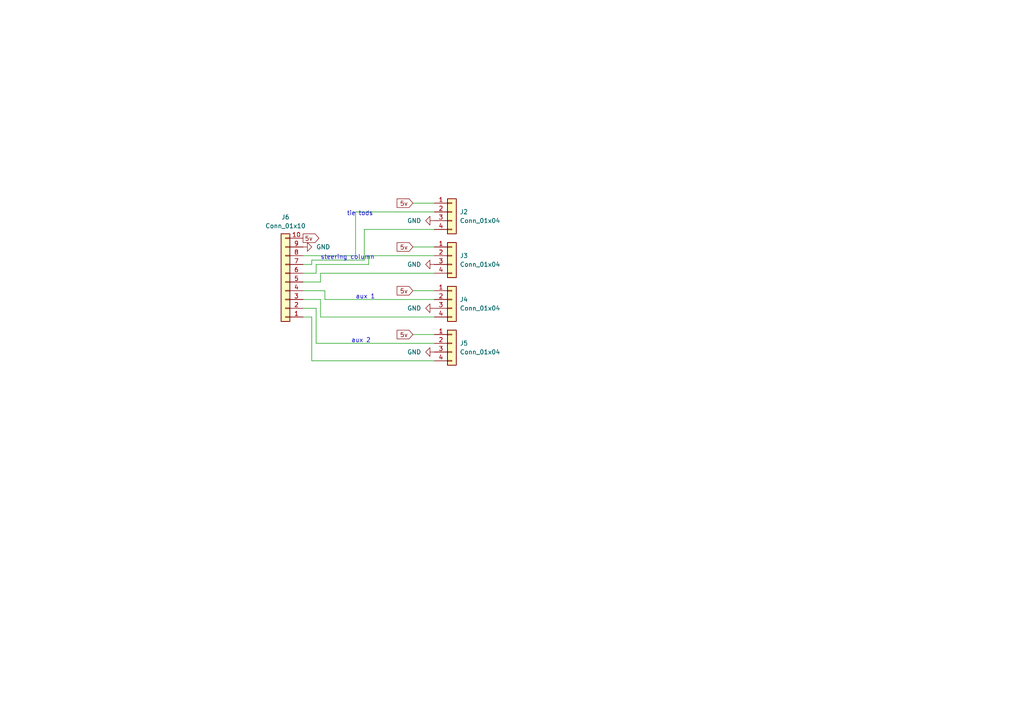
<source format=kicad_sch>
(kicad_sch (version 20230121) (generator eeschema)
  (paper "A4")
  (lib_symbols
    (symbol "Connector_Generic:Conn_01x04" (pin_names (offset 1.016) hide)
      (property "Reference" "J" (at 0 5.08 0))
      (property "Value" "Conn_01x04" (at 0 -7.62 0))
      (symbol "Conn_01x04_1_1"
        (rectangle (start -1.27 -4.953) (end 0 -5.207) (stroke (width 0.1524)))
        (rectangle (start -1.27 -2.413) (end 0 -2.667) (stroke (width 0.1524)))
        (rectangle (start -1.27 0.127) (end 0 -0.127) (stroke (width 0.1524)))
        (rectangle (start -1.27 2.667) (end 0 2.413) (stroke (width 0.1524)))
        (rectangle (start -1.27 3.81) (end 1.27 -6.35) (stroke (width 0.254)) (fill (type background)))
        (pin passive line (at -5.08 2.54 0) (length 3.81) (name "Pin_1") (number "1"))
        (pin passive line (at -5.08 0 0) (length 3.81) (name "Pin_2") (number "2"))
        (pin passive line (at -5.08 -2.54 0) (length 3.81) (name "Pin_3") (number "3"))
        (pin passive line (at -5.08 -5.08 0) (length 3.81) (name "Pin_4") (number "4"))
      )
    )
    (symbol "Connector_Generic:Conn_01x10" (pin_names (offset 1.016) hide)
      (property "Reference" "J" (at 0 12.7 0))
      (property "Value" "Conn_01x10" (at 0 -15.24 0))
      (symbol "Conn_01x10_1_1"
        (rectangle (start -1.27 -12.573) (end 0 -12.827) (stroke (width 0.1524)))
        (rectangle (start -1.27 -10.033) (end 0 -10.287) (stroke (width 0.1524)))
        (rectangle (start -1.27 -7.493) (end 0 -7.747) (stroke (width 0.1524)))
        (rectangle (start -1.27 -4.953) (end 0 -5.207) (stroke (width 0.1524)))
        (rectangle (start -1.27 -2.413) (end 0 -2.667) (stroke (width 0.1524)))
        (rectangle (start -1.27 0.127) (end 0 -0.127) (stroke (width 0.1524)))
        (rectangle (start -1.27 2.667) (end 0 2.413) (stroke (width 0.1524)))
        (rectangle (start -1.27 5.207) (end 0 4.953) (stroke (width 0.1524)))
        (rectangle (start -1.27 7.747) (end 0 7.493) (stroke (width 0.1524)))
        (rectangle (start -1.27 10.287) (end 0 10.033) (stroke (width 0.1524)))
        (rectangle (start -1.27 11.43) (end 1.27 -13.97) (stroke (width 0.254)) (fill (type background)))
        (pin passive line (at -5.08 10.16 0) (length 3.81) (name "Pin_1") (number "1"))
        (pin passive line (at -5.08 -12.7 0) (length 3.81) (name "Pin_10") (number "10"))
        (pin passive line (at -5.08 7.62 0) (length 3.81) (name "Pin_2") (number "2"))
        (pin passive line (at -5.08 5.08 0) (length 3.81) (name "Pin_3") (number "3"))
        (pin passive line (at -5.08 2.54 0) (length 3.81) (name "Pin_4") (number "4"))
        (pin passive line (at -5.08 0 0) (length 3.81) (name "Pin_5") (number "5"))
        (pin passive line (at -5.08 -2.54 0) (length 3.81) (name "Pin_6") (number "6"))
        (pin passive line (at -5.08 -5.08 0) (length 3.81) (name "Pin_7") (number "7"))
        (pin passive line (at -5.08 -7.62 0) (length 3.81) (name "Pin_8") (number "8"))
        (pin passive line (at -5.08 -10.16 0) (length 3.81) (name "Pin_9") (number "9"))
      )
    )
    (symbol "power:GND" (power) (pin_names (offset 0))
      (property "Value" "GND" (at 0 -3.81 0))
      (symbol "GND_0_1"
        (polyline (pts (xy 0 0) (xy 0 -1.27) (xy 1.27 -1.27) (xy 0 -2.54) (xy -1.27 -1.27) (xy 0 -1.27)))
      )
      (symbol "GND_1_1"
        (pin power_in line (at 0 0 270) (length 0) hide (name "GND") (number "1"))
      )
    )
  )
  (wire (pts (xy 94.234 84.328) (xy 87.884 84.328)))
  (wire (pts (xy 92.964 81.788) (xy 87.884 81.788)))
  (wire (pts (xy 94.234 86.868) (xy 94.234 84.328)))
  (wire (pts (xy 90.424 104.648) (xy 90.424 91.948)))
  (wire (pts (xy 125.984 66.548) (xy 105.664 66.548)))
  (wire (pts (xy 103.124 74.168) (xy 87.884 74.168)))
  (wire (pts (xy 92.964 86.868) (xy 87.884 86.868)))
  (wire (pts (xy 91.694 89.408) (xy 87.884 89.408)))
  (wire (pts (xy 91.694 99.568) (xy 91.694 89.408)))
  (wire (pts (xy 90.424 91.948) (xy 87.884 91.948)))
  (wire (pts (xy 92.964 91.948) (xy 92.964 86.868)))
  (wire (pts (xy 103.124 61.468) (xy 103.124 74.168)))
  (wire (pts (xy 106.934 76.708) (xy 91.694 76.708)))
  (wire (pts (xy 91.694 79.248) (xy 87.884 79.248)))
  (wire (pts (xy 119.761 71.628) (xy 125.984 71.628)))
  (wire (pts (xy 125.984 79.248) (xy 92.964 79.248)))
  (wire (pts (xy 90.424 76.708) (xy 87.884 76.708)))
  (wire (pts (xy 105.664 66.548) (xy 105.664 75.438)))
  (wire (pts (xy 119.761 97.028) (xy 125.984 97.028)))
  (wire (pts (xy 105.664 75.438) (xy 90.424 75.438)))
  (wire (pts (xy 90.424 75.438) (xy 90.424 76.708)))
  (wire (pts (xy 94.234 86.868) (xy 125.984 86.868)))
  (wire (pts (xy 92.964 79.248) (xy 92.964 81.788)))
  (wire (pts (xy 125.984 61.468) (xy 103.124 61.468)))
  (wire (pts (xy 106.934 74.168) (xy 106.934 76.708)))
  (wire (pts (xy 91.694 99.568) (xy 125.984 99.568)))
  (wire (pts (xy 125.984 91.948) (xy 92.964 91.948)))
  (wire (pts (xy 125.984 104.648) (xy 90.424 104.648)))
  (wire (pts (xy 125.984 74.168) (xy 106.934 74.168)))
  (wire (pts (xy 119.761 58.928) (xy 125.984 58.928)))
  (wire (pts (xy 91.694 76.708) (xy 91.694 79.248)))
  (wire (pts (xy 119.761 84.328) (xy 125.984 84.328)))
  (text "aux 1" (at 103.124 86.868 0) (effects (font (size 1.27 1.27)) (justify left bottom)))
  (text "aux 2" (at 101.854 99.568 0) (effects (font (size 1.27 1.27)) (justify left bottom)))
  (text "steering column" (at 92.964 75.438 0) (effects (font (size 1.27 1.27)) (justify left bottom)))
  (text "tie tods" (at 100.584 62.738 0) (effects (font (size 1.27 1.27)) (justify left bottom)))
  (global_label "5v" (shape output) (at 87.884 69.088 0) (property "Intersheetrefs" "${INTERSHEET_REFS}" (effects hide)))
  (global_label "5v" (shape input) (at 119.761 84.328 180) (property "Intersheetrefs" "${INTERSHEET_REFS}" (effects hide)))
  (global_label "5v" (shape input) (at 119.761 58.928 180) (property "Intersheetrefs" "${INTERSHEET_REFS}" (effects hide)))
  (global_label "5v" (shape input) (at 119.761 97.028 180) (property "Intersheetrefs" "${INTERSHEET_REFS}" (effects hide)))
  (global_label "5v" (shape input) (at 119.761 71.628 180) (property "Intersheetrefs" "${INTERSHEET_REFS}" (effects hide)))
  (symbol (lib_id "Connector_Generic:Conn_01x04") (at 131.064 61.468 0) (unit 1)
    (property "Reference" "J2" (at 133.35 61.468 0) (effects (justify left)))
    (property "Value" "Conn_01x04" (at 133.35 64.008 0) (effects (justify left)))
    (property "Footprint" "peripheralio:CONN_T4041017041-000_TEC" (effects hide))
  )
  (symbol (lib_id "Connector_Generic:Conn_01x04") (at 131.064 74.168 0) (unit 1)
    (property "Reference" "J3" (at 133.35 74.168 0) (effects (justify left)))
    (property "Value" "Conn_01x04" (at 133.35 76.708 0) (effects (justify left)))
    (property "Footprint" "peripheralio:CONN_T4041017041-000_TEC" (effects hide))
  )
  (symbol (lib_id "Connector_Generic:Conn_01x04") (at 131.064 99.568 0) (unit 1)
    (property "Reference" "J5" (at 133.35 99.568 0) (effects (justify left)))
    (property "Value" "Conn_01x04" (at 133.35 102.108 0) (effects (justify left)))
    (property "Footprint" "peripheralio:CONN_T4041017041-000_TEC" (effects hide))
  )
  (symbol (lib_id "Connector_Generic:Conn_01x04") (at 131.064 86.868 0) (unit 1)
    (property "Reference" "J4" (at 133.35 86.868 0) (effects (justify left)))
    (property "Value" "Conn_01x04" (at 133.35 89.408 0) (effects (justify left)))
    (property "Footprint" "peripheralio:CONN_T4041017041-000_TEC" (effects hide))
  )
  (symbol (lib_id "power:GND") (at 125.984 89.408 270) (unit 1)
    (property "Reference" "#PWR04" (effects hide))
    (property "Value" "GND" (at 122.174 89.408 90) (effects (justify right)))
  )
  (symbol (lib_id "power:GND") (at 125.984 102.108 270) (unit 1)
    (property "Reference" "#PWR05" (effects hide))
    (property "Value" "GND" (at 122.174 102.108 90) (effects (justify right)))
  )
  (symbol (lib_id "power:GND") (at 125.984 76.708 270) (unit 1)
    (property "Reference" "#PWR03" (effects hide))
    (property "Value" "GND" (at 122.174 76.708 90) (effects (justify right)))
  )
  (symbol (lib_id "power:GND") (at 87.884 71.628 90) (unit 1)
    (property "Reference" "#PWR01" (effects hide))
    (property "Value" "GND" (at 91.694 71.628 90) (effects (justify right)))
  )
  (symbol (lib_id "Connector_Generic:Conn_01x10") (at 82.804 81.788 180) (unit 1)
    (property "Reference" "J6" (at 82.804 62.992 0))
    (property "Value" "Conn_01x10" (at 82.804 65.532 0))
    (property "Footprint" "peripheralio:SMD_picoblade_hori_1x10" (effects hide))
  )
  (symbol (lib_id "power:GND") (at 125.984 64.008 270) (unit 1)
    (property "Reference" "#PWR02" (effects hide))
    (property "Value" "GND" (at 122.174 64.008 90) (effects (justify right)))
  )
)
</source>
